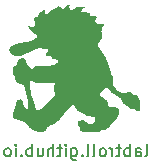
<source format=gbo>
G04 #@! TF.GenerationSoftware,KiCad,Pcbnew,7.0.8*
G04 #@! TF.CreationDate,2023-10-17T14:12:28+02:00*
G04 #@! TF.ProjectId,pour_fillet,706f7572-5f66-4696-9c6c-65742e6b6963,rev?*
G04 #@! TF.SameCoordinates,Original*
G04 #@! TF.FileFunction,Legend,Bot*
G04 #@! TF.FilePolarity,Positive*
%FSLAX46Y46*%
G04 Gerber Fmt 4.6, Leading zero omitted, Abs format (unit mm)*
G04 Created by KiCad (PCBNEW 7.0.8) date 2023-10-17 14:12:28*
%MOMM*%
%LPD*%
G01*
G04 APERTURE LIST*
%ADD10C,0.150000*%
%ADD11C,3.200000*%
G04 APERTURE END LIST*
D10*
X87857143Y-134369819D02*
X87952381Y-134322200D01*
X87952381Y-134322200D02*
X88000000Y-134226961D01*
X88000000Y-134226961D02*
X88000000Y-133369819D01*
X87047619Y-134369819D02*
X87047619Y-133846009D01*
X87047619Y-133846009D02*
X87095238Y-133750771D01*
X87095238Y-133750771D02*
X87190476Y-133703152D01*
X87190476Y-133703152D02*
X87380952Y-133703152D01*
X87380952Y-133703152D02*
X87476190Y-133750771D01*
X87047619Y-134322200D02*
X87142857Y-134369819D01*
X87142857Y-134369819D02*
X87380952Y-134369819D01*
X87380952Y-134369819D02*
X87476190Y-134322200D01*
X87476190Y-134322200D02*
X87523809Y-134226961D01*
X87523809Y-134226961D02*
X87523809Y-134131723D01*
X87523809Y-134131723D02*
X87476190Y-134036485D01*
X87476190Y-134036485D02*
X87380952Y-133988866D01*
X87380952Y-133988866D02*
X87142857Y-133988866D01*
X87142857Y-133988866D02*
X87047619Y-133941247D01*
X86571428Y-134369819D02*
X86571428Y-133369819D01*
X86571428Y-133750771D02*
X86476190Y-133703152D01*
X86476190Y-133703152D02*
X86285714Y-133703152D01*
X86285714Y-133703152D02*
X86190476Y-133750771D01*
X86190476Y-133750771D02*
X86142857Y-133798390D01*
X86142857Y-133798390D02*
X86095238Y-133893628D01*
X86095238Y-133893628D02*
X86095238Y-134179342D01*
X86095238Y-134179342D02*
X86142857Y-134274580D01*
X86142857Y-134274580D02*
X86190476Y-134322200D01*
X86190476Y-134322200D02*
X86285714Y-134369819D01*
X86285714Y-134369819D02*
X86476190Y-134369819D01*
X86476190Y-134369819D02*
X86571428Y-134322200D01*
X85809523Y-133703152D02*
X85428571Y-133703152D01*
X85666666Y-133369819D02*
X85666666Y-134226961D01*
X85666666Y-134226961D02*
X85619047Y-134322200D01*
X85619047Y-134322200D02*
X85523809Y-134369819D01*
X85523809Y-134369819D02*
X85428571Y-134369819D01*
X85095237Y-134369819D02*
X85095237Y-133703152D01*
X85095237Y-133893628D02*
X85047618Y-133798390D01*
X85047618Y-133798390D02*
X84999999Y-133750771D01*
X84999999Y-133750771D02*
X84904761Y-133703152D01*
X84904761Y-133703152D02*
X84809523Y-133703152D01*
X84333332Y-134369819D02*
X84428570Y-134322200D01*
X84428570Y-134322200D02*
X84476189Y-134274580D01*
X84476189Y-134274580D02*
X84523808Y-134179342D01*
X84523808Y-134179342D02*
X84523808Y-133893628D01*
X84523808Y-133893628D02*
X84476189Y-133798390D01*
X84476189Y-133798390D02*
X84428570Y-133750771D01*
X84428570Y-133750771D02*
X84333332Y-133703152D01*
X84333332Y-133703152D02*
X84190475Y-133703152D01*
X84190475Y-133703152D02*
X84095237Y-133750771D01*
X84095237Y-133750771D02*
X84047618Y-133798390D01*
X84047618Y-133798390D02*
X83999999Y-133893628D01*
X83999999Y-133893628D02*
X83999999Y-134179342D01*
X83999999Y-134179342D02*
X84047618Y-134274580D01*
X84047618Y-134274580D02*
X84095237Y-134322200D01*
X84095237Y-134322200D02*
X84190475Y-134369819D01*
X84190475Y-134369819D02*
X84333332Y-134369819D01*
X83428570Y-134369819D02*
X83523808Y-134322200D01*
X83523808Y-134322200D02*
X83571427Y-134226961D01*
X83571427Y-134226961D02*
X83571427Y-133369819D01*
X82904760Y-134369819D02*
X82999998Y-134322200D01*
X82999998Y-134322200D02*
X83047617Y-134226961D01*
X83047617Y-134226961D02*
X83047617Y-133369819D01*
X82523807Y-134274580D02*
X82476188Y-134322200D01*
X82476188Y-134322200D02*
X82523807Y-134369819D01*
X82523807Y-134369819D02*
X82571426Y-134322200D01*
X82571426Y-134322200D02*
X82523807Y-134274580D01*
X82523807Y-134274580D02*
X82523807Y-134369819D01*
X81619046Y-133703152D02*
X81619046Y-134512676D01*
X81619046Y-134512676D02*
X81666665Y-134607914D01*
X81666665Y-134607914D02*
X81714284Y-134655533D01*
X81714284Y-134655533D02*
X81809522Y-134703152D01*
X81809522Y-134703152D02*
X81952379Y-134703152D01*
X81952379Y-134703152D02*
X82047617Y-134655533D01*
X81619046Y-134322200D02*
X81714284Y-134369819D01*
X81714284Y-134369819D02*
X81904760Y-134369819D01*
X81904760Y-134369819D02*
X81999998Y-134322200D01*
X81999998Y-134322200D02*
X82047617Y-134274580D01*
X82047617Y-134274580D02*
X82095236Y-134179342D01*
X82095236Y-134179342D02*
X82095236Y-133893628D01*
X82095236Y-133893628D02*
X82047617Y-133798390D01*
X82047617Y-133798390D02*
X81999998Y-133750771D01*
X81999998Y-133750771D02*
X81904760Y-133703152D01*
X81904760Y-133703152D02*
X81714284Y-133703152D01*
X81714284Y-133703152D02*
X81619046Y-133750771D01*
X81142855Y-134369819D02*
X81142855Y-133703152D01*
X81142855Y-133369819D02*
X81190474Y-133417438D01*
X81190474Y-133417438D02*
X81142855Y-133465057D01*
X81142855Y-133465057D02*
X81095236Y-133417438D01*
X81095236Y-133417438D02*
X81142855Y-133369819D01*
X81142855Y-133369819D02*
X81142855Y-133465057D01*
X80809522Y-133703152D02*
X80428570Y-133703152D01*
X80666665Y-133369819D02*
X80666665Y-134226961D01*
X80666665Y-134226961D02*
X80619046Y-134322200D01*
X80619046Y-134322200D02*
X80523808Y-134369819D01*
X80523808Y-134369819D02*
X80428570Y-134369819D01*
X80095236Y-134369819D02*
X80095236Y-133369819D01*
X79666665Y-134369819D02*
X79666665Y-133846009D01*
X79666665Y-133846009D02*
X79714284Y-133750771D01*
X79714284Y-133750771D02*
X79809522Y-133703152D01*
X79809522Y-133703152D02*
X79952379Y-133703152D01*
X79952379Y-133703152D02*
X80047617Y-133750771D01*
X80047617Y-133750771D02*
X80095236Y-133798390D01*
X78761903Y-133703152D02*
X78761903Y-134369819D01*
X79190474Y-133703152D02*
X79190474Y-134226961D01*
X79190474Y-134226961D02*
X79142855Y-134322200D01*
X79142855Y-134322200D02*
X79047617Y-134369819D01*
X79047617Y-134369819D02*
X78904760Y-134369819D01*
X78904760Y-134369819D02*
X78809522Y-134322200D01*
X78809522Y-134322200D02*
X78761903Y-134274580D01*
X78285712Y-134369819D02*
X78285712Y-133369819D01*
X78285712Y-133750771D02*
X78190474Y-133703152D01*
X78190474Y-133703152D02*
X77999998Y-133703152D01*
X77999998Y-133703152D02*
X77904760Y-133750771D01*
X77904760Y-133750771D02*
X77857141Y-133798390D01*
X77857141Y-133798390D02*
X77809522Y-133893628D01*
X77809522Y-133893628D02*
X77809522Y-134179342D01*
X77809522Y-134179342D02*
X77857141Y-134274580D01*
X77857141Y-134274580D02*
X77904760Y-134322200D01*
X77904760Y-134322200D02*
X77999998Y-134369819D01*
X77999998Y-134369819D02*
X78190474Y-134369819D01*
X78190474Y-134369819D02*
X78285712Y-134322200D01*
X77380950Y-134274580D02*
X77333331Y-134322200D01*
X77333331Y-134322200D02*
X77380950Y-134369819D01*
X77380950Y-134369819D02*
X77428569Y-134322200D01*
X77428569Y-134322200D02*
X77380950Y-134274580D01*
X77380950Y-134274580D02*
X77380950Y-134369819D01*
X76904760Y-134369819D02*
X76904760Y-133703152D01*
X76904760Y-133369819D02*
X76952379Y-133417438D01*
X76952379Y-133417438D02*
X76904760Y-133465057D01*
X76904760Y-133465057D02*
X76857141Y-133417438D01*
X76857141Y-133417438D02*
X76904760Y-133369819D01*
X76904760Y-133369819D02*
X76904760Y-133465057D01*
X76285713Y-134369819D02*
X76380951Y-134322200D01*
X76380951Y-134322200D02*
X76428570Y-134274580D01*
X76428570Y-134274580D02*
X76476189Y-134179342D01*
X76476189Y-134179342D02*
X76476189Y-133893628D01*
X76476189Y-133893628D02*
X76428570Y-133798390D01*
X76428570Y-133798390D02*
X76380951Y-133750771D01*
X76380951Y-133750771D02*
X76285713Y-133703152D01*
X76285713Y-133703152D02*
X76142856Y-133703152D01*
X76142856Y-133703152D02*
X76047618Y-133750771D01*
X76047618Y-133750771D02*
X75999999Y-133798390D01*
X75999999Y-133798390D02*
X75952380Y-133893628D01*
X75952380Y-133893628D02*
X75952380Y-134179342D01*
X75952380Y-134179342D02*
X75999999Y-134274580D01*
X75999999Y-134274580D02*
X76047618Y-134322200D01*
X76047618Y-134322200D02*
X76142856Y-134369819D01*
X76142856Y-134369819D02*
X76285713Y-134369819D01*
G36*
X84027030Y-129067142D02*
G01*
X84022425Y-129081337D01*
X84019612Y-129095215D01*
X84018658Y-129108771D01*
X84020255Y-129122700D01*
X84024919Y-129137648D01*
X84032462Y-129153543D01*
X84042696Y-129170310D01*
X84055432Y-129187877D01*
X84070484Y-129206169D01*
X84106777Y-129244639D01*
X84150070Y-129285132D01*
X84198856Y-129327060D01*
X84251631Y-129369838D01*
X84306889Y-129412877D01*
X84522627Y-129575905D01*
X84567711Y-129611445D01*
X84606242Y-129643723D01*
X84636716Y-129672152D01*
X84648461Y-129684740D01*
X84657627Y-129696146D01*
X84672000Y-129720595D01*
X84685361Y-129750166D01*
X84697723Y-129783934D01*
X84709096Y-129820975D01*
X84719493Y-129860365D01*
X84728925Y-129901180D01*
X84744939Y-129983384D01*
X84757233Y-130060193D01*
X84765899Y-130124212D01*
X84772721Y-130184302D01*
X84837895Y-130177357D01*
X84909805Y-130172582D01*
X84952804Y-130171008D01*
X84999435Y-130170411D01*
X85048904Y-130171117D01*
X85100414Y-130173450D01*
X85153167Y-130177736D01*
X85206369Y-130184302D01*
X85259221Y-130193472D01*
X85285267Y-130199135D01*
X85310928Y-130205572D01*
X85336103Y-130212822D01*
X85360693Y-130220927D01*
X85384599Y-130229928D01*
X85407721Y-130239864D01*
X85452480Y-130261504D01*
X85495490Y-130284993D01*
X85516112Y-130297543D01*
X85536024Y-130310691D01*
X85555135Y-130324481D01*
X85573354Y-130338959D01*
X85590591Y-130354169D01*
X85606754Y-130370156D01*
X85621753Y-130386967D01*
X85635497Y-130404645D01*
X85647896Y-130423235D01*
X85658857Y-130442784D01*
X85668291Y-130463335D01*
X85676107Y-130484935D01*
X85682214Y-130507627D01*
X85686520Y-130531457D01*
X85688936Y-130556470D01*
X85689370Y-130582712D01*
X85687731Y-130610226D01*
X85683929Y-130639059D01*
X85677873Y-130669255D01*
X85669472Y-130700860D01*
X85658635Y-130733917D01*
X85645271Y-130768474D01*
X85629289Y-130804574D01*
X85610600Y-130842262D01*
X85589110Y-130881584D01*
X85564731Y-130922584D01*
X85537371Y-130965309D01*
X85506939Y-131009802D01*
X85438926Y-131103440D01*
X85363925Y-131200434D01*
X85283505Y-131299485D01*
X85199237Y-131399297D01*
X85025434Y-131596022D01*
X84855072Y-131780235D01*
X84700709Y-131941566D01*
X84574903Y-132069644D01*
X84459189Y-132184552D01*
X84149627Y-132184552D01*
X84134702Y-132203884D01*
X84114691Y-132221732D01*
X84089901Y-132238143D01*
X84060640Y-132253168D01*
X84027216Y-132266855D01*
X83989939Y-132279255D01*
X83905052Y-132300390D01*
X83808446Y-132316966D01*
X83702584Y-132329380D01*
X83589932Y-132338027D01*
X83472955Y-132343302D01*
X83354117Y-132345600D01*
X83235884Y-132345317D01*
X83011092Y-132338589D01*
X82818297Y-132326280D01*
X82677221Y-132311552D01*
X82637786Y-132305560D01*
X82601266Y-132298073D01*
X82567551Y-132289202D01*
X82536531Y-132279058D01*
X82508099Y-132267752D01*
X82482145Y-132255393D01*
X82458560Y-132242093D01*
X82437235Y-132227961D01*
X82418061Y-132213108D01*
X82400929Y-132197645D01*
X82385730Y-132181681D01*
X82372355Y-132165329D01*
X82360695Y-132148697D01*
X82350641Y-132131896D01*
X82342085Y-132115038D01*
X82334916Y-132098232D01*
X82329026Y-132081588D01*
X82324306Y-132065218D01*
X82317940Y-132033739D01*
X82314946Y-132004679D01*
X82314452Y-131978921D01*
X82315585Y-131957348D01*
X82317475Y-131940845D01*
X82320033Y-131926582D01*
X82318925Y-131928468D01*
X82317119Y-131928968D01*
X82314664Y-131928163D01*
X82311607Y-131926133D01*
X82303874Y-131918717D01*
X82294298Y-131907359D01*
X82283257Y-131892699D01*
X82271129Y-131875377D01*
X82258292Y-131856031D01*
X82245123Y-131835302D01*
X82219303Y-131792250D01*
X82207407Y-131771207D01*
X82196692Y-131751338D01*
X82187534Y-131733283D01*
X82180313Y-131717681D01*
X82175405Y-131705172D01*
X82173937Y-131700278D01*
X82173189Y-131696396D01*
X82168395Y-131659417D01*
X82165159Y-131625064D01*
X82163457Y-131593241D01*
X82163267Y-131563854D01*
X82164566Y-131536806D01*
X82167329Y-131512003D01*
X82171534Y-131489350D01*
X82177158Y-131468751D01*
X82184177Y-131450111D01*
X82192568Y-131433336D01*
X82202308Y-131418329D01*
X82213373Y-131404995D01*
X82225741Y-131393240D01*
X82239387Y-131382969D01*
X82254289Y-131374085D01*
X82270424Y-131366494D01*
X82287768Y-131360101D01*
X82306298Y-131354810D01*
X82325990Y-131350526D01*
X82346822Y-131347154D01*
X82368771Y-131344599D01*
X82391812Y-131342766D01*
X82441080Y-131340883D01*
X82677221Y-131343177D01*
X82680648Y-131343587D01*
X82684221Y-131344782D01*
X82687924Y-131346709D01*
X82691739Y-131349317D01*
X82695650Y-131352552D01*
X82699641Y-131356363D01*
X82707792Y-131365502D01*
X82716060Y-131376315D01*
X82724311Y-131388384D01*
X82732410Y-131401290D01*
X82740224Y-131414615D01*
X82754464Y-131440846D01*
X82765959Y-131463728D01*
X82776439Y-131486052D01*
X82797309Y-131484941D01*
X82816803Y-131484558D01*
X82834986Y-131484864D01*
X82851923Y-131485820D01*
X82867680Y-131487386D01*
X82882322Y-131489523D01*
X82895915Y-131492193D01*
X82908524Y-131495355D01*
X82920215Y-131498970D01*
X82931052Y-131502999D01*
X82941101Y-131507404D01*
X82950429Y-131512144D01*
X82959099Y-131517181D01*
X82967178Y-131522475D01*
X82981822Y-131533678D01*
X82994885Y-131545439D01*
X83006890Y-131557444D01*
X83029819Y-131580930D01*
X83041789Y-131591784D01*
X83054794Y-131601627D01*
X83061849Y-131606070D01*
X83069358Y-131610143D01*
X83077387Y-131613807D01*
X83086002Y-131617021D01*
X83126030Y-131627222D01*
X83147986Y-131631915D01*
X83171082Y-131636121D01*
X83195201Y-131639675D01*
X83220226Y-131642415D01*
X83246043Y-131644178D01*
X83272533Y-131644802D01*
X83299582Y-131644124D01*
X83327072Y-131641980D01*
X83354889Y-131638209D01*
X83382914Y-131632648D01*
X83411032Y-131625132D01*
X83425090Y-131620592D01*
X83439128Y-131615501D01*
X83453130Y-131609841D01*
X83467083Y-131603591D01*
X83480973Y-131596730D01*
X83494783Y-131589239D01*
X83507987Y-131580426D01*
X83520097Y-131569710D01*
X83531155Y-131557234D01*
X83541207Y-131543141D01*
X83550296Y-131527574D01*
X83558468Y-131510677D01*
X83565767Y-131492592D01*
X83572236Y-131473463D01*
X83582864Y-131432645D01*
X83590708Y-131389368D01*
X83596121Y-131344776D01*
X83599459Y-131300017D01*
X83601076Y-131256233D01*
X83601327Y-131214572D01*
X83599149Y-131142197D01*
X83594002Y-131073302D01*
X82970908Y-130946301D01*
X82875658Y-130858988D01*
X82775880Y-130828535D01*
X82679252Y-130791535D01*
X82586229Y-130749164D01*
X82497263Y-130702595D01*
X82412809Y-130653003D01*
X82333320Y-130601562D01*
X82259249Y-130549447D01*
X82191049Y-130497832D01*
X82129175Y-130447891D01*
X82074080Y-130400799D01*
X81986038Y-130319858D01*
X81911252Y-130243832D01*
X81911252Y-130085082D01*
X81716784Y-130041426D01*
X81666044Y-130073679D01*
X81615033Y-130110675D01*
X81512230Y-130197494D01*
X81408439Y-130299079D01*
X81303724Y-130412628D01*
X81198148Y-130535339D01*
X81091776Y-130664411D01*
X80876897Y-130930426D01*
X80768519Y-131061764D01*
X80659600Y-131188255D01*
X80550205Y-131307094D01*
X80440397Y-131415481D01*
X80330240Y-131510613D01*
X80275050Y-131552333D01*
X80219798Y-131589688D01*
X80164490Y-131622328D01*
X80109135Y-131649903D01*
X80053741Y-131672063D01*
X79998315Y-131688457D01*
X79949044Y-131701744D01*
X79901057Y-131717734D01*
X79854524Y-131736341D01*
X79809613Y-131757476D01*
X79766493Y-131781053D01*
X79725332Y-131806985D01*
X79686298Y-131835184D01*
X79649561Y-131865563D01*
X79615289Y-131898034D01*
X79583650Y-131932512D01*
X79554814Y-131968908D01*
X79528948Y-132007135D01*
X79506222Y-132047107D01*
X79486803Y-132088735D01*
X79470862Y-132131933D01*
X79464247Y-132154093D01*
X79458565Y-132176613D01*
X79453848Y-132189896D01*
X79446503Y-132202235D01*
X79436691Y-132213662D01*
X79424575Y-132224207D01*
X79410316Y-132233903D01*
X79394077Y-132242783D01*
X79376021Y-132250878D01*
X79356307Y-132258220D01*
X79312561Y-132270774D01*
X79264135Y-132280699D01*
X79212325Y-132288253D01*
X79158428Y-132293691D01*
X79103741Y-132297268D01*
X79049559Y-132299241D01*
X78947898Y-132299396D01*
X78863818Y-132296202D01*
X78807689Y-132291706D01*
X78744784Y-132281946D01*
X78684702Y-132269158D01*
X78627290Y-132253523D01*
X78572394Y-132235221D01*
X78519862Y-132214434D01*
X78469539Y-132191343D01*
X78421273Y-132166128D01*
X78374910Y-132138971D01*
X78330297Y-132110052D01*
X78287281Y-132079553D01*
X78245708Y-132047654D01*
X78205424Y-132014537D01*
X78128114Y-131945369D01*
X78054123Y-131873499D01*
X77911194Y-131727438D01*
X77839802Y-131656143D01*
X77766823Y-131587935D01*
X77691030Y-131524261D01*
X77651695Y-131494577D01*
X77611196Y-131466570D01*
X77569381Y-131440420D01*
X77526096Y-131416309D01*
X77481187Y-131394416D01*
X77434501Y-131374925D01*
X77364333Y-131349344D01*
X77295456Y-131325990D01*
X77163014Y-131284821D01*
X76929478Y-131216670D01*
X76834151Y-131185130D01*
X76793109Y-131168996D01*
X76756962Y-131152240D01*
X76726070Y-131134578D01*
X76700795Y-131115723D01*
X76681496Y-131095392D01*
X76674200Y-131084584D01*
X76668534Y-131073299D01*
X76660284Y-131052161D01*
X76654069Y-131029017D01*
X76649785Y-131004005D01*
X76647325Y-130977259D01*
X76646587Y-130948914D01*
X76647465Y-130919105D01*
X76653651Y-130855638D01*
X76665045Y-130787939D01*
X76680812Y-130717089D01*
X76700113Y-130644169D01*
X76722112Y-130570261D01*
X76894752Y-130073174D01*
X76905908Y-130031453D01*
X76914604Y-129989807D01*
X76927805Y-129907789D01*
X76940727Y-129829212D01*
X76949074Y-129791869D01*
X76959741Y-129756171D01*
X76966193Y-129739020D01*
X76973524Y-129722379D01*
X76981833Y-129706280D01*
X76991220Y-129690756D01*
X77001784Y-129675840D01*
X77013624Y-129661563D01*
X77026841Y-129647960D01*
X77041534Y-129635062D01*
X77057803Y-129622902D01*
X77075746Y-129611514D01*
X77095465Y-129600929D01*
X77117057Y-129591181D01*
X77140623Y-129582302D01*
X77166262Y-129574324D01*
X77194074Y-129567282D01*
X77224159Y-129561206D01*
X77253411Y-129557374D01*
X77280930Y-129556921D01*
X77306773Y-129559669D01*
X77330997Y-129565438D01*
X77353661Y-129574050D01*
X77374821Y-129585327D01*
X77394535Y-129599088D01*
X77412860Y-129615156D01*
X77429854Y-129633352D01*
X77445574Y-129653497D01*
X77460078Y-129675412D01*
X77473422Y-129698919D01*
X77485665Y-129723838D01*
X77496864Y-129749991D01*
X77507075Y-129777199D01*
X77516358Y-129805284D01*
X77532364Y-129863368D01*
X77545341Y-129922812D01*
X77555748Y-129982186D01*
X77564045Y-130040061D01*
X77585315Y-130227956D01*
X77716284Y-130227956D01*
X77716933Y-130245028D01*
X77718824Y-130261281D01*
X77721876Y-130276733D01*
X77726004Y-130291402D01*
X77731126Y-130305307D01*
X77737160Y-130318466D01*
X77744022Y-130330896D01*
X77751630Y-130342616D01*
X77759901Y-130353645D01*
X77768751Y-130364000D01*
X77778099Y-130373699D01*
X77787861Y-130382761D01*
X77797954Y-130391204D01*
X77808295Y-130399046D01*
X77818803Y-130406305D01*
X77829393Y-130412999D01*
X77850491Y-130424767D01*
X77870925Y-130434494D01*
X77890035Y-130442325D01*
X77907156Y-130448407D01*
X77921626Y-130452885D01*
X77932782Y-130455903D01*
X77942502Y-130458143D01*
X77957134Y-130435743D01*
X77967700Y-130403959D01*
X77974436Y-130363453D01*
X77977578Y-130314888D01*
X77974027Y-130196226D01*
X77958936Y-130053268D01*
X77934194Y-129891312D01*
X77901691Y-129715653D01*
X77820960Y-129344412D01*
X77731856Y-128981915D01*
X77649497Y-128670531D01*
X77565471Y-128370580D01*
X77528075Y-128344940D01*
X77489174Y-128321545D01*
X77476356Y-128314718D01*
X78096493Y-128314718D01*
X78112970Y-128488157D01*
X78143329Y-128681130D01*
X78184927Y-128887823D01*
X78235117Y-129102422D01*
X78291254Y-129319115D01*
X78410789Y-129735523D01*
X78522372Y-130090540D01*
X78637032Y-130430365D01*
X78677522Y-130440349D01*
X78710368Y-130449410D01*
X78736575Y-130457459D01*
X78757148Y-130464409D01*
X78785418Y-130474664D01*
X78795125Y-130477795D01*
X78803223Y-130479478D01*
X78810716Y-130479626D01*
X78818609Y-130478152D01*
X78827910Y-130474969D01*
X78839624Y-130469990D01*
X78874311Y-130454293D01*
X78899297Y-130443402D01*
X78930718Y-130430365D01*
X78975775Y-130404931D01*
X79039099Y-130358795D01*
X79117841Y-130294789D01*
X79209151Y-130215742D01*
X79418084Y-130023855D01*
X79643109Y-129805783D01*
X79861437Y-129584176D01*
X80050278Y-129381685D01*
X80126520Y-129294685D01*
X80186843Y-129220958D01*
X80228401Y-129163335D01*
X80241252Y-129141447D01*
X80248343Y-129124646D01*
X80252000Y-129110715D01*
X80254811Y-129097193D01*
X80256812Y-129084068D01*
X80258040Y-129071332D01*
X80258533Y-129058973D01*
X80258328Y-129046983D01*
X80257462Y-129035349D01*
X80255971Y-129024063D01*
X80253893Y-129013115D01*
X80251265Y-129002493D01*
X80248123Y-128992188D01*
X80244506Y-128982190D01*
X80240450Y-128972488D01*
X80235992Y-128963073D01*
X80226019Y-128945060D01*
X80214883Y-128928071D01*
X80202881Y-128912024D01*
X80190309Y-128896837D01*
X80177464Y-128882429D01*
X80129281Y-128830959D01*
X80124483Y-128823679D01*
X80120481Y-128814581D01*
X80117231Y-128803798D01*
X80114693Y-128791465D01*
X80111579Y-128762687D01*
X80110802Y-128729322D01*
X80112025Y-128692445D01*
X80114910Y-128653132D01*
X80119121Y-128612459D01*
X80124321Y-128571502D01*
X80136335Y-128493034D01*
X80148257Y-128426332D01*
X80161032Y-128362646D01*
X80174375Y-128358122D01*
X80186158Y-128352779D01*
X80196423Y-128346682D01*
X80205215Y-128339896D01*
X80212577Y-128332484D01*
X80218551Y-128324512D01*
X80223183Y-128316044D01*
X80226516Y-128307146D01*
X80228593Y-128297881D01*
X80229458Y-128288314D01*
X80229154Y-128278511D01*
X80227725Y-128268536D01*
X80225215Y-128258452D01*
X80221667Y-128248326D01*
X80217126Y-128238222D01*
X80211633Y-128228205D01*
X80205234Y-128218338D01*
X80197971Y-128208687D01*
X80189889Y-128199317D01*
X80181030Y-128190292D01*
X80171439Y-128181677D01*
X80161159Y-128173536D01*
X80150234Y-128165935D01*
X80138707Y-128158938D01*
X80126622Y-128152609D01*
X80114023Y-128147013D01*
X80100952Y-128142215D01*
X80087455Y-128138280D01*
X80073573Y-128135272D01*
X80059352Y-128133256D01*
X80044834Y-128132297D01*
X80030063Y-128132459D01*
X79733027Y-128146163D01*
X79234328Y-128164705D01*
X78557657Y-128188021D01*
X78514000Y-128072927D01*
X78406843Y-128072927D01*
X78351281Y-127969740D01*
X78156812Y-127969740D01*
X78133398Y-128004733D01*
X78115769Y-128049696D01*
X78103595Y-128103903D01*
X78096545Y-128166627D01*
X78096493Y-128314718D01*
X77476356Y-128314718D01*
X77449307Y-128300311D01*
X77409016Y-128281159D01*
X77368841Y-128264007D01*
X77329323Y-128248774D01*
X77291003Y-128235377D01*
X77254421Y-128223737D01*
X77188634Y-128205397D01*
X77136289Y-128193103D01*
X77089222Y-128184049D01*
X77065379Y-128162157D01*
X77042936Y-128139697D01*
X77021850Y-128116752D01*
X77002080Y-128093403D01*
X76966316Y-128045831D01*
X76935308Y-127997642D01*
X76908719Y-127949499D01*
X76886210Y-127902066D01*
X76867446Y-127856005D01*
X76852088Y-127811979D01*
X76839800Y-127770650D01*
X76830245Y-127732682D01*
X76817982Y-127669476D01*
X76811408Y-127612549D01*
X76792412Y-127600545D01*
X76774829Y-127586228D01*
X76758603Y-127569777D01*
X76743684Y-127551367D01*
X76730018Y-127531176D01*
X76717551Y-127509379D01*
X76706231Y-127486153D01*
X76696005Y-127461675D01*
X76678622Y-127409670D01*
X76664976Y-127354775D01*
X76654645Y-127298403D01*
X76647202Y-127241968D01*
X76642225Y-127186881D01*
X76639288Y-127134556D01*
X76637838Y-127043840D01*
X76640753Y-126957706D01*
X76643896Y-126938907D01*
X76648778Y-126920473D01*
X76655279Y-126902417D01*
X76663279Y-126884757D01*
X76672656Y-126867506D01*
X76683291Y-126850680D01*
X76695063Y-126834295D01*
X76707850Y-126818365D01*
X76721533Y-126802907D01*
X76735990Y-126787934D01*
X76751101Y-126773463D01*
X76766746Y-126759509D01*
X76799153Y-126733211D01*
X76832246Y-126709163D01*
X76865060Y-126687487D01*
X76896630Y-126668305D01*
X76925990Y-126651739D01*
X76952177Y-126637911D01*
X76991167Y-126618959D01*
X77005879Y-126612425D01*
X77007677Y-126566474D01*
X77011948Y-126517616D01*
X77015517Y-126489220D01*
X77020266Y-126459132D01*
X77026363Y-126428067D01*
X77033978Y-126396740D01*
X77043279Y-126365867D01*
X77048614Y-126350824D01*
X77054434Y-126336162D01*
X77060760Y-126321972D01*
X77067612Y-126308341D01*
X77075013Y-126295361D01*
X77082982Y-126283119D01*
X77091542Y-126271706D01*
X77100713Y-126261211D01*
X77110516Y-126251722D01*
X77120972Y-126243331D01*
X77142020Y-126226549D01*
X77162295Y-126209162D01*
X77202269Y-126173878D01*
X77222841Y-126156631D01*
X77244383Y-126140081D01*
X77255654Y-126132170D01*
X77267332Y-126124555D01*
X77279470Y-126117278D01*
X77292124Y-126110378D01*
X77305347Y-126103897D01*
X77319195Y-126097875D01*
X77333721Y-126092353D01*
X77348981Y-126087371D01*
X77365028Y-126082972D01*
X77381918Y-126079194D01*
X77399704Y-126076078D01*
X77418442Y-126073667D01*
X77438185Y-126071999D01*
X77458989Y-126071117D01*
X77480907Y-126071059D01*
X77503995Y-126071868D01*
X77528306Y-126073584D01*
X77553896Y-126076248D01*
X77580818Y-126079900D01*
X77609128Y-126084581D01*
X77626853Y-126089033D01*
X77643582Y-126095593D01*
X77659345Y-126104113D01*
X77674170Y-126114447D01*
X77688086Y-126126446D01*
X77701119Y-126139964D01*
X77713300Y-126154852D01*
X77724656Y-126170963D01*
X77735215Y-126188150D01*
X77745006Y-126206264D01*
X77762397Y-126244687D01*
X77777056Y-126285052D01*
X77789210Y-126326178D01*
X77799084Y-126366886D01*
X77806906Y-126405995D01*
X77812903Y-126442325D01*
X77817301Y-126474697D01*
X77823440Y-126540987D01*
X77868074Y-126581028D01*
X77909831Y-126620587D01*
X77948901Y-126659366D01*
X77985477Y-126697071D01*
X78110679Y-126831202D01*
X78137662Y-126859081D01*
X78163303Y-126884106D01*
X78187793Y-126905979D01*
X78211323Y-126924406D01*
X78234086Y-126939088D01*
X78245240Y-126944932D01*
X78256274Y-126949730D01*
X78267212Y-126953443D01*
X78278078Y-126956035D01*
X78288896Y-126957468D01*
X78299690Y-126957706D01*
X78310522Y-126956742D01*
X78321420Y-126954645D01*
X78332358Y-126951492D01*
X78343307Y-126947358D01*
X78354243Y-126942320D01*
X78365137Y-126936454D01*
X78375962Y-126929837D01*
X78386692Y-126922545D01*
X78397301Y-126914654D01*
X78407760Y-126906241D01*
X78428124Y-126888152D01*
X78447570Y-126868889D01*
X78465881Y-126849061D01*
X78482845Y-126829281D01*
X78498244Y-126810157D01*
X78523490Y-126776322D01*
X78545753Y-126743394D01*
X78688318Y-126745192D01*
X79025475Y-126745874D01*
X79224587Y-126743587D01*
X79421420Y-126738371D01*
X79598999Y-126729340D01*
X79675263Y-126723119D01*
X79740347Y-126715612D01*
X79798909Y-126705990D01*
X79858169Y-126693699D01*
X79917615Y-126679048D01*
X79976736Y-126662344D01*
X80035019Y-126643897D01*
X80091953Y-126624013D01*
X80147027Y-126603002D01*
X80199730Y-126581171D01*
X80249548Y-126558828D01*
X80295972Y-126536282D01*
X80338488Y-126513841D01*
X80376587Y-126491812D01*
X80409755Y-126470504D01*
X80437482Y-126450226D01*
X80459256Y-126431284D01*
X80474565Y-126413987D01*
X80480152Y-126405645D01*
X80485030Y-126397014D01*
X80489233Y-126388129D01*
X80492797Y-126379028D01*
X80495756Y-126369747D01*
X80498146Y-126360322D01*
X80500000Y-126350789D01*
X80501355Y-126341186D01*
X80502703Y-126321910D01*
X80502471Y-126302785D01*
X80500936Y-126284102D01*
X80498378Y-126266151D01*
X80495076Y-126249224D01*
X80491309Y-126233611D01*
X80483495Y-126207488D01*
X80474565Y-126183800D01*
X80133253Y-126167925D01*
X80119582Y-126162171D01*
X80106112Y-126155381D01*
X80092859Y-126147635D01*
X80079838Y-126139012D01*
X80067063Y-126129593D01*
X80054551Y-126119457D01*
X80042317Y-126108685D01*
X80030375Y-126097356D01*
X80007432Y-126073348D01*
X79985843Y-126048072D01*
X79965731Y-126022168D01*
X79947218Y-125996276D01*
X79930425Y-125971036D01*
X79915475Y-125947086D01*
X79891593Y-125905615D01*
X79871315Y-125866299D01*
X79478409Y-125854393D01*
X79466002Y-125840749D01*
X79456216Y-125826634D01*
X79448905Y-125812087D01*
X79443923Y-125797149D01*
X79441124Y-125781858D01*
X79440362Y-125766256D01*
X79441491Y-125750382D01*
X79444365Y-125734276D01*
X79448837Y-125717979D01*
X79454763Y-125701530D01*
X79461994Y-125684968D01*
X79470387Y-125668335D01*
X79479793Y-125651670D01*
X79490069Y-125635012D01*
X79512640Y-125601882D01*
X79536932Y-125569263D01*
X79561776Y-125537475D01*
X79608448Y-125477672D01*
X79627938Y-125450297D01*
X79643306Y-125425032D01*
X79649079Y-125413291D01*
X79653384Y-125402198D01*
X79656074Y-125391791D01*
X79657003Y-125382113D01*
X79655439Y-125371816D01*
X79652307Y-125362478D01*
X79647713Y-125354056D01*
X79641763Y-125346511D01*
X79634563Y-125339800D01*
X79626219Y-125333881D01*
X79616837Y-125328714D01*
X79606524Y-125324257D01*
X79595385Y-125320468D01*
X79583527Y-125317307D01*
X79571056Y-125314731D01*
X79558077Y-125312700D01*
X79531022Y-125310104D01*
X79503212Y-125309189D01*
X79475494Y-125309622D01*
X79448719Y-125311073D01*
X79423734Y-125313209D01*
X79401388Y-125315700D01*
X79355375Y-125322584D01*
X79323137Y-125314097D01*
X79293178Y-125305104D01*
X79265172Y-125295751D01*
X79238793Y-125286183D01*
X79143048Y-125248666D01*
X79119925Y-125240202D01*
X79096477Y-125232396D01*
X79072377Y-125225391D01*
X79047301Y-125219335D01*
X79020923Y-125214371D01*
X78992917Y-125210645D01*
X78962958Y-125208304D01*
X78930719Y-125207491D01*
X78885929Y-125214896D01*
X78820199Y-125235853D01*
X78736028Y-125268472D01*
X78635916Y-125310864D01*
X78126055Y-125540370D01*
X77840476Y-125664633D01*
X77698773Y-125722530D01*
X77561129Y-125775084D01*
X77430042Y-125820406D01*
X77308012Y-125856606D01*
X77197540Y-125881796D01*
X77147420Y-125889671D01*
X77101126Y-125894085D01*
X77056792Y-125895450D01*
X77013140Y-125894403D01*
X76970245Y-125891044D01*
X76928183Y-125885473D01*
X76887031Y-125877788D01*
X76846865Y-125868089D01*
X76807762Y-125856476D01*
X76769797Y-125843049D01*
X76733048Y-125827907D01*
X76697589Y-125811149D01*
X76663499Y-125792875D01*
X76630852Y-125773185D01*
X76599726Y-125752178D01*
X76570196Y-125729954D01*
X76542339Y-125706612D01*
X76516231Y-125682252D01*
X76491949Y-125656974D01*
X76469569Y-125630877D01*
X76449166Y-125604060D01*
X76430818Y-125576623D01*
X76414601Y-125548666D01*
X76400590Y-125520288D01*
X76388863Y-125491589D01*
X76379496Y-125462669D01*
X76372564Y-125433626D01*
X76368144Y-125404561D01*
X76366313Y-125375573D01*
X76367147Y-125346761D01*
X76370722Y-125318226D01*
X76377115Y-125290066D01*
X76386401Y-125262381D01*
X76398657Y-125235272D01*
X76412733Y-125209022D01*
X76427508Y-125183819D01*
X76443096Y-125159620D01*
X76459614Y-125136379D01*
X76477179Y-125114050D01*
X76495907Y-125092589D01*
X76515913Y-125071950D01*
X76537315Y-125052089D01*
X76560228Y-125032961D01*
X76584769Y-125014520D01*
X76611055Y-124996721D01*
X76639200Y-124979520D01*
X76669322Y-124962871D01*
X76701538Y-124946729D01*
X76735962Y-124931050D01*
X76772712Y-124915788D01*
X76811903Y-124900897D01*
X76853652Y-124886334D01*
X76898076Y-124872053D01*
X76945290Y-124858008D01*
X76995411Y-124844156D01*
X77048555Y-124830450D01*
X77104839Y-124816846D01*
X77164378Y-124803298D01*
X77293688Y-124776193D01*
X77437415Y-124748775D01*
X77596491Y-124720681D01*
X77771845Y-124691553D01*
X77859845Y-124676273D01*
X77942392Y-124659536D01*
X78019661Y-124641468D01*
X78091825Y-124622193D01*
X78159059Y-124601837D01*
X78221538Y-124580525D01*
X78279435Y-124558382D01*
X78332926Y-124535532D01*
X78382185Y-124512100D01*
X78427386Y-124488213D01*
X78468703Y-124463994D01*
X78506311Y-124439569D01*
X78540385Y-124415062D01*
X78571098Y-124390599D01*
X78623141Y-124342303D01*
X78663836Y-124295682D01*
X78694579Y-124251735D01*
X78716764Y-124211462D01*
X78731786Y-124175864D01*
X78741041Y-124145939D01*
X78745925Y-124122689D01*
X78748157Y-124100209D01*
X78684447Y-124076261D01*
X78624223Y-124050656D01*
X78567388Y-124023555D01*
X78513846Y-123995115D01*
X78463502Y-123965495D01*
X78416259Y-123934853D01*
X78372022Y-123903348D01*
X78330694Y-123871138D01*
X78292181Y-123838382D01*
X78256385Y-123805237D01*
X78223211Y-123771863D01*
X78192563Y-123738417D01*
X78164346Y-123705059D01*
X78138462Y-123671947D01*
X78093314Y-123607092D01*
X78056351Y-123545121D01*
X78026806Y-123487301D01*
X78003912Y-123434899D01*
X77986902Y-123389183D01*
X77967461Y-123322877D01*
X77962345Y-123298522D01*
X78009733Y-123331813D01*
X78053836Y-123360402D01*
X78094904Y-123384514D01*
X78133187Y-123404376D01*
X78168936Y-123420215D01*
X78202400Y-123432258D01*
X78233829Y-123440731D01*
X78263474Y-123445862D01*
X78291584Y-123447876D01*
X78318409Y-123447001D01*
X78344199Y-123443463D01*
X78369204Y-123437490D01*
X78393674Y-123429307D01*
X78417860Y-123419142D01*
X78442011Y-123407221D01*
X78466376Y-123393772D01*
X78477899Y-123385168D01*
X78487959Y-123373634D01*
X78496628Y-123359382D01*
X78503979Y-123342620D01*
X78510082Y-123323559D01*
X78515010Y-123302408D01*
X78521629Y-123254679D01*
X78524410Y-123201114D01*
X78523931Y-123143392D01*
X78520765Y-123083193D01*
X78515489Y-123022198D01*
X78500909Y-122904538D01*
X78484794Y-122803854D01*
X78466376Y-122707178D01*
X78468931Y-122691947D01*
X78472811Y-122678208D01*
X78477925Y-122665895D01*
X78484182Y-122654941D01*
X78491487Y-122645281D01*
X78499749Y-122636848D01*
X78508877Y-122629577D01*
X78518776Y-122623400D01*
X78529356Y-122618253D01*
X78540524Y-122614069D01*
X78552188Y-122610781D01*
X78564254Y-122608324D01*
X78576632Y-122606631D01*
X78589229Y-122605637D01*
X78601952Y-122605275D01*
X78614709Y-122605479D01*
X78639956Y-122607321D01*
X78664233Y-122610634D01*
X78686801Y-122614888D01*
X78706921Y-122619556D01*
X78736865Y-122628013D01*
X78748158Y-122631772D01*
X78750219Y-122584409D01*
X78756226Y-122539037D01*
X78765915Y-122495625D01*
X78779025Y-122454139D01*
X78795291Y-122414549D01*
X78814451Y-122376822D01*
X78836242Y-122340927D01*
X78860400Y-122306831D01*
X78886662Y-122274502D01*
X78914767Y-122243908D01*
X78944449Y-122215018D01*
X78975447Y-122187799D01*
X79007497Y-122162220D01*
X79040336Y-122138248D01*
X79073702Y-122115851D01*
X79107330Y-122094999D01*
X79174324Y-122057795D01*
X79239214Y-122026383D01*
X79299894Y-122000504D01*
X79354261Y-121979905D01*
X79435636Y-121953519D01*
X79466502Y-121945178D01*
X79453053Y-121966581D01*
X79440952Y-121987619D01*
X79430149Y-122008274D01*
X79420598Y-122028530D01*
X79412250Y-122048370D01*
X79405058Y-122067778D01*
X79398974Y-122086737D01*
X79393948Y-122105231D01*
X79389935Y-122123241D01*
X79386885Y-122140753D01*
X79384750Y-122157748D01*
X79383484Y-122174211D01*
X79383362Y-122205471D01*
X79386135Y-122234401D01*
X79391419Y-122260865D01*
X79398832Y-122284731D01*
X79407988Y-122305865D01*
X79418505Y-122324132D01*
X79429999Y-122339399D01*
X79442085Y-122351533D01*
X79454381Y-122360400D01*
X79466502Y-122365866D01*
X79474656Y-122365586D01*
X79487038Y-122361207D01*
X79523445Y-122341247D01*
X79573641Y-122308172D01*
X79635546Y-122264167D01*
X79958627Y-122022569D01*
X80136306Y-121893026D01*
X80221896Y-121833720D01*
X80302544Y-121780971D01*
X80376169Y-121736966D01*
X80440690Y-121703891D01*
X80468887Y-121692135D01*
X80494026Y-121683931D01*
X80515849Y-121679552D01*
X80534095Y-121679272D01*
X80550643Y-121681678D01*
X80567508Y-121685127D01*
X80601967Y-121694860D01*
X80637031Y-121707884D01*
X80672257Y-121723610D01*
X80707205Y-121741453D01*
X80741431Y-121760825D01*
X80774495Y-121781139D01*
X80805955Y-121801807D01*
X80862292Y-121841859D01*
X80906910Y-121876283D01*
X80946845Y-121909460D01*
X80961742Y-121874902D01*
X80978072Y-121842617D01*
X80995710Y-121812526D01*
X81014531Y-121784552D01*
X81034410Y-121758620D01*
X81055223Y-121734651D01*
X81076843Y-121712568D01*
X81099146Y-121692295D01*
X81122008Y-121673754D01*
X81145302Y-121656868D01*
X81168905Y-121641562D01*
X81192691Y-121627756D01*
X81216535Y-121615375D01*
X81240312Y-121604341D01*
X81287166Y-121586007D01*
X81332252Y-121572137D01*
X81374571Y-121562117D01*
X81413123Y-121555328D01*
X81446908Y-121551156D01*
X81496176Y-121548195D01*
X81514377Y-121548303D01*
X81500759Y-121561382D01*
X81488870Y-121575265D01*
X81478624Y-121589871D01*
X81469938Y-121605122D01*
X81462725Y-121620936D01*
X81456901Y-121637234D01*
X81452380Y-121653936D01*
X81449078Y-121670963D01*
X81446910Y-121688233D01*
X81445791Y-121705668D01*
X81445635Y-121723187D01*
X81446358Y-121740710D01*
X81450099Y-121775450D01*
X81456334Y-121809249D01*
X81464383Y-121841466D01*
X81473565Y-121871462D01*
X81483201Y-121898598D01*
X81492611Y-121922234D01*
X81508028Y-121956449D01*
X81514377Y-121968991D01*
X81557273Y-121969947D01*
X81596914Y-121968456D01*
X81633672Y-121964674D01*
X81667918Y-121958759D01*
X81700024Y-121950867D01*
X81730364Y-121941155D01*
X81759308Y-121929781D01*
X81787228Y-121916901D01*
X81814498Y-121902672D01*
X81841489Y-121887252D01*
X81896121Y-121853463D01*
X81954102Y-121816791D01*
X81985278Y-121797766D01*
X82018408Y-121778491D01*
X82044560Y-121765132D01*
X82072288Y-121753291D01*
X82101400Y-121742903D01*
X82131703Y-121733904D01*
X82163006Y-121726231D01*
X82195118Y-121719820D01*
X82227846Y-121714606D01*
X82260998Y-121710526D01*
X82294382Y-121707516D01*
X82327808Y-121705511D01*
X82361082Y-121704448D01*
X82394013Y-121704263D01*
X82426409Y-121704892D01*
X82458079Y-121706270D01*
X82488830Y-121708335D01*
X82518471Y-121711022D01*
X82533708Y-121713088D01*
X82549585Y-121716200D01*
X82565997Y-121720196D01*
X82582839Y-121724913D01*
X82617395Y-121735858D01*
X82652416Y-121747733D01*
X82687065Y-121759236D01*
X82703988Y-121764441D01*
X82720505Y-121769065D01*
X82736510Y-121772945D01*
X82751898Y-121775917D01*
X82766566Y-121777820D01*
X82780408Y-121778491D01*
X82757397Y-121780351D01*
X82735237Y-121784345D01*
X82713923Y-121790331D01*
X82693444Y-121798164D01*
X82673795Y-121807701D01*
X82654965Y-121818797D01*
X82636948Y-121831308D01*
X82619736Y-121845091D01*
X82603320Y-121860003D01*
X82587692Y-121875898D01*
X82572845Y-121892633D01*
X82558771Y-121910064D01*
X82545461Y-121928048D01*
X82532907Y-121946440D01*
X82510037Y-121983874D01*
X82490098Y-122021214D01*
X82473024Y-122057311D01*
X82458753Y-122091012D01*
X82447219Y-122121168D01*
X82432112Y-122166235D01*
X82427190Y-122183303D01*
X82531580Y-122180492D01*
X82624953Y-122179420D01*
X82708013Y-122179963D01*
X82781463Y-122182001D01*
X82846006Y-122185411D01*
X82902347Y-122190070D01*
X82951188Y-122195858D01*
X82993233Y-122202651D01*
X83029185Y-122210328D01*
X83059748Y-122218766D01*
X83085625Y-122227844D01*
X83107520Y-122237440D01*
X83126136Y-122247430D01*
X83142177Y-122257694D01*
X83169346Y-122278553D01*
X83175282Y-122283829D01*
X83180464Y-122289225D01*
X83184930Y-122294723D01*
X83188717Y-122300304D01*
X83191861Y-122305949D01*
X83194400Y-122311639D01*
X83196370Y-122317355D01*
X83197809Y-122323078D01*
X83198754Y-122328790D01*
X83199242Y-122334471D01*
X83199310Y-122340102D01*
X83198995Y-122345666D01*
X83198334Y-122351142D01*
X83197364Y-122356512D01*
X83194647Y-122366858D01*
X83191138Y-122376553D01*
X83187135Y-122385446D01*
X83182935Y-122393386D01*
X83178834Y-122400221D01*
X83172113Y-122409972D01*
X83169346Y-122413491D01*
X83188015Y-122430525D01*
X83207499Y-122445954D01*
X83227706Y-122459849D01*
X83248542Y-122472278D01*
X83269917Y-122483312D01*
X83291736Y-122493021D01*
X83313909Y-122501474D01*
X83336343Y-122508741D01*
X83381624Y-122519996D01*
X83426841Y-122527345D01*
X83471256Y-122531344D01*
X83514131Y-122532554D01*
X83554726Y-122531530D01*
X83592304Y-122528833D01*
X83626127Y-122525019D01*
X83655455Y-122520647D01*
X83713064Y-122508741D01*
X83722466Y-122523623D01*
X83729906Y-122539196D01*
X83735495Y-122555383D01*
X83739342Y-122572109D01*
X83741555Y-122589298D01*
X83742243Y-122606872D01*
X83741515Y-122624755D01*
X83739481Y-122642872D01*
X83736250Y-122661146D01*
X83731929Y-122679501D01*
X83720459Y-122716147D01*
X83705943Y-122752200D01*
X83689252Y-122787050D01*
X83671259Y-122820085D01*
X83652835Y-122850697D01*
X83634854Y-122878274D01*
X83618186Y-122902205D01*
X83582095Y-122949272D01*
X83599274Y-122976764D01*
X83617997Y-123002008D01*
X83638158Y-123025106D01*
X83659649Y-123046158D01*
X83682364Y-123065265D01*
X83706195Y-123082529D01*
X83731037Y-123098050D01*
X83756782Y-123111929D01*
X83783324Y-123124268D01*
X83810555Y-123135167D01*
X83838369Y-123144727D01*
X83866659Y-123153051D01*
X83924240Y-123166388D01*
X83982443Y-123175987D01*
X84040414Y-123182656D01*
X84097297Y-123187203D01*
X84204383Y-123193164D01*
X84252877Y-123196194D01*
X84296866Y-123200334D01*
X84335494Y-123206393D01*
X84367908Y-123215178D01*
X84381150Y-123220613D01*
X84391945Y-123226474D01*
X84400423Y-123232722D01*
X84406720Y-123239316D01*
X84410967Y-123246219D01*
X84413298Y-123253391D01*
X84413845Y-123260793D01*
X84412743Y-123268384D01*
X84410123Y-123276127D01*
X84406118Y-123283982D01*
X84400862Y-123291910D01*
X84394488Y-123299871D01*
X84387128Y-123307826D01*
X84378916Y-123315736D01*
X84360467Y-123331264D01*
X84340204Y-123346141D01*
X84319190Y-123360053D01*
X84298491Y-123372686D01*
X84279169Y-123383726D01*
X84236939Y-123405678D01*
X84232466Y-123451131D01*
X84226638Y-123495084D01*
X84219682Y-123537339D01*
X84211825Y-123577699D01*
X84203293Y-123615966D01*
X84194314Y-123651942D01*
X84175920Y-123716233D01*
X84158456Y-123768989D01*
X84143736Y-123808630D01*
X84129783Y-123842241D01*
X84158036Y-123866430D01*
X84181911Y-123892045D01*
X84201610Y-123918975D01*
X84217336Y-123947110D01*
X84229292Y-123976342D01*
X84237681Y-124006559D01*
X84242705Y-124037653D01*
X84244567Y-124069514D01*
X84243470Y-124102031D01*
X84239617Y-124135096D01*
X84233210Y-124168598D01*
X84224452Y-124202428D01*
X84213546Y-124236476D01*
X84200694Y-124270632D01*
X84169967Y-124338831D01*
X84133890Y-124406145D01*
X84094088Y-124471699D01*
X84052180Y-124534612D01*
X84009790Y-124594009D01*
X83867846Y-124778866D01*
X83857027Y-124795376D01*
X83849056Y-124812904D01*
X83843830Y-124831448D01*
X83841243Y-124851001D01*
X83841190Y-124871560D01*
X83843568Y-124893120D01*
X83848271Y-124915678D01*
X83855195Y-124939228D01*
X83864235Y-124963766D01*
X83875287Y-124989289D01*
X83888245Y-125015791D01*
X83903006Y-125043268D01*
X83937516Y-125101131D01*
X83977978Y-125162842D01*
X84023557Y-125228367D01*
X84073414Y-125297671D01*
X84182617Y-125447476D01*
X84240288Y-125527907D01*
X84298889Y-125611977D01*
X84357583Y-125699652D01*
X84415533Y-125790897D01*
X84470931Y-125890030D01*
X84524038Y-126000000D01*
X84574890Y-126118714D01*
X84623520Y-126244078D01*
X84714259Y-126506388D01*
X84796533Y-126770186D01*
X84936803Y-127235274D01*
X84995358Y-127403077D01*
X85021862Y-127463469D01*
X85046564Y-127505397D01*
X85063833Y-127531585D01*
X85079236Y-127558726D01*
X85092858Y-127586702D01*
X85104786Y-127615398D01*
X85115106Y-127644695D01*
X85123906Y-127674476D01*
X85137287Y-127735026D01*
X85145623Y-127796110D01*
X85149605Y-127856793D01*
X85149923Y-127916140D01*
X85147271Y-127973213D01*
X85142340Y-128027076D01*
X85135822Y-128076795D01*
X85120792Y-128160054D01*
X85102127Y-128235646D01*
X85167221Y-128335028D01*
X85231646Y-128429068D01*
X85295571Y-128517446D01*
X85359165Y-128599841D01*
X85422597Y-128675934D01*
X85486034Y-128745406D01*
X85549645Y-128807936D01*
X85613599Y-128863205D01*
X85678065Y-128910893D01*
X85710543Y-128931794D01*
X85743212Y-128950680D01*
X85776093Y-128967511D01*
X85809207Y-128982247D01*
X85842575Y-128994848D01*
X85876219Y-129005273D01*
X85910159Y-129013484D01*
X85944417Y-129019440D01*
X85979014Y-129023101D01*
X86013970Y-129024427D01*
X86049307Y-129023378D01*
X86085046Y-129019915D01*
X86121208Y-129013996D01*
X86157814Y-129005583D01*
X86218400Y-128990978D01*
X86275224Y-128979065D01*
X86328405Y-128969696D01*
X86378064Y-128962725D01*
X86424323Y-128958008D01*
X86467301Y-128955397D01*
X86507120Y-128954747D01*
X86543899Y-128955912D01*
X86577760Y-128958745D01*
X86608824Y-128963101D01*
X86637210Y-128968832D01*
X86663039Y-128975795D01*
X86686433Y-128983841D01*
X86707511Y-128992826D01*
X86726395Y-129002602D01*
X86743205Y-129013025D01*
X86758061Y-129023948D01*
X86771085Y-129035224D01*
X86792117Y-129058255D01*
X86807265Y-129080948D01*
X86817495Y-129102136D01*
X86823772Y-129120649D01*
X86827060Y-129135320D01*
X86828533Y-129148459D01*
X86839650Y-129155791D01*
X86851378Y-129162193D01*
X86863653Y-129167710D01*
X86876414Y-129172388D01*
X86889596Y-129176271D01*
X86903136Y-129179407D01*
X86931039Y-129183619D01*
X86959615Y-129185390D01*
X86988361Y-129185084D01*
X87016769Y-129183070D01*
X87044334Y-129179713D01*
X87070550Y-129175379D01*
X87094912Y-129170434D01*
X87136049Y-129160179D01*
X87173814Y-129148459D01*
X87166721Y-129157723D01*
X87161016Y-129166904D01*
X87156623Y-129175988D01*
X87153467Y-129184960D01*
X87151470Y-129193808D01*
X87150557Y-129202516D01*
X87150651Y-129211072D01*
X87151676Y-129219462D01*
X87153556Y-129227671D01*
X87156214Y-129235687D01*
X87159574Y-129243494D01*
X87163559Y-129251080D01*
X87168094Y-129258431D01*
X87173102Y-129265532D01*
X87178507Y-129272370D01*
X87184232Y-129278931D01*
X87196339Y-129291168D01*
X87208812Y-129302131D01*
X87221041Y-129311711D01*
X87232415Y-129319797D01*
X87250158Y-129331044D01*
X87257158Y-129334990D01*
X87287912Y-129369866D01*
X87315529Y-129407358D01*
X87340151Y-129447221D01*
X87361919Y-129489213D01*
X87380975Y-129533088D01*
X87397460Y-129578603D01*
X87411517Y-129625513D01*
X87423287Y-129673574D01*
X87440533Y-129772172D01*
X87450332Y-129872445D01*
X87453818Y-129972439D01*
X87452123Y-130070200D01*
X87446382Y-130163776D01*
X87437728Y-130251212D01*
X87416218Y-130399854D01*
X87388127Y-130537520D01*
X87363908Y-130541919D01*
X87340370Y-130544760D01*
X87317518Y-130546136D01*
X87295357Y-130546140D01*
X87273894Y-130544865D01*
X87253135Y-130542404D01*
X87233085Y-130538850D01*
X87213750Y-130534296D01*
X87195136Y-130528835D01*
X87177248Y-130522560D01*
X87160093Y-130515564D01*
X87143677Y-130507941D01*
X87113082Y-130491182D01*
X87085510Y-130473028D01*
X87061007Y-130454223D01*
X87039621Y-130435511D01*
X87021397Y-130417637D01*
X87006383Y-130401343D01*
X86986167Y-130376477D01*
X86979346Y-130366865D01*
X86618189Y-130394647D01*
X86611335Y-130371046D01*
X86602749Y-130348578D01*
X86592537Y-130327191D01*
X86580804Y-130306830D01*
X86567655Y-130287443D01*
X86553196Y-130268977D01*
X86537532Y-130251378D01*
X86520769Y-130234594D01*
X86503011Y-130218572D01*
X86484365Y-130203258D01*
X86464935Y-130188599D01*
X86444828Y-130174543D01*
X86403000Y-130148027D01*
X86359724Y-130123283D01*
X86189006Y-130033552D01*
X86151137Y-130011308D01*
X86116879Y-129988291D01*
X86101367Y-129976360D01*
X86087073Y-129964077D01*
X86074104Y-129951388D01*
X86062564Y-129938240D01*
X86021332Y-129883914D01*
X85985158Y-129831239D01*
X85953612Y-129780471D01*
X85926262Y-129731865D01*
X85902681Y-129685678D01*
X85882436Y-129642165D01*
X85865098Y-129601582D01*
X85850236Y-129564185D01*
X85826222Y-129499972D01*
X85806952Y-129451572D01*
X85798020Y-129433941D01*
X85788984Y-129421031D01*
X85784292Y-129416426D01*
X85779413Y-129413098D01*
X85774292Y-129411077D01*
X85768877Y-129410396D01*
X85637661Y-129348922D01*
X85513520Y-129282861D01*
X85396647Y-129213394D01*
X85287232Y-129141700D01*
X85185468Y-129068959D01*
X85091546Y-128996352D01*
X85005659Y-128925059D01*
X84927998Y-128856260D01*
X84858755Y-128791135D01*
X84798122Y-128730864D01*
X84703454Y-128629607D01*
X84625877Y-128537272D01*
X84218088Y-128855764D01*
X84175904Y-128891337D01*
X84137535Y-128925852D01*
X84103537Y-128959275D01*
X84074469Y-128991569D01*
X84050889Y-129022701D01*
X84033355Y-129052635D01*
X84030592Y-129058973D01*
X84027030Y-129067142D01*
G37*
%LPC*%
D11*
X77500000Y-52500000D03*
%LPD*%
M02*

</source>
